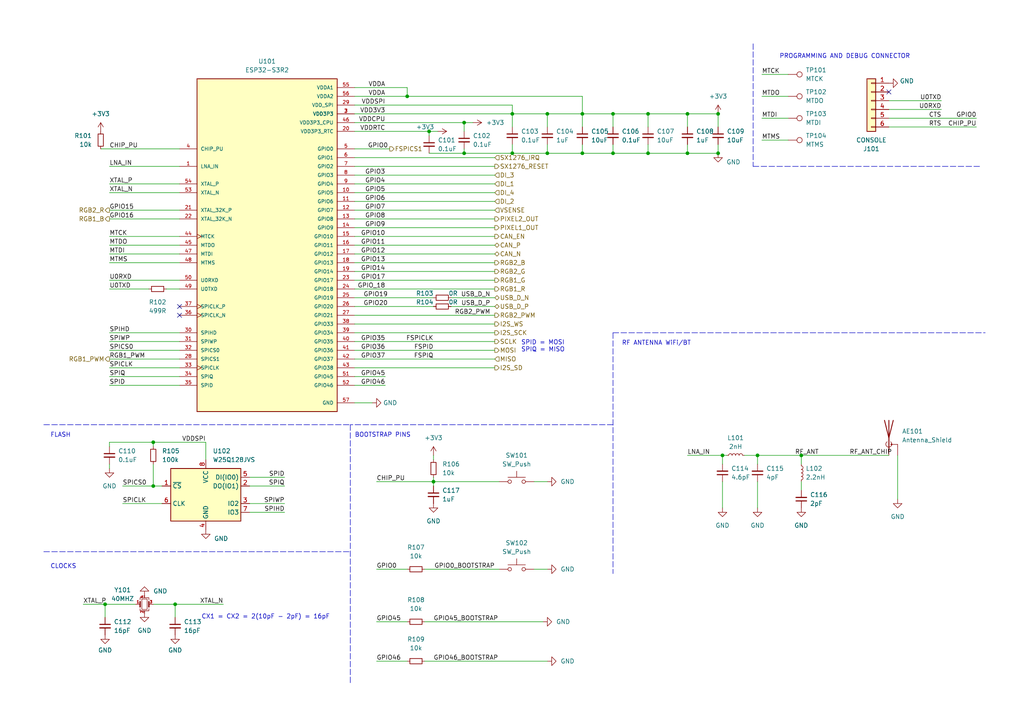
<source format=kicad_sch>
(kicad_sch (version 20211123) (generator eeschema)
  (paper "A4")
  (title_block (title "${Title}") (date "2022-06-24") (rev "${Revision}") (company "Connor Rigby") (comment 1 "https://github.com/miata-bot/can-link") (comment 2 "https://cone.codes"))
  (lib_symbols
    (symbol "ConeCodes:ESP32-S3R2" (pin_names (offset 1.016))
      (property "Reference" "U" (at -20.32 49.53 0))
      (property "Value" "ESP32-S3R2" (at -20.32 -49.53 0))
      (property "MPN" "ESP32-S3" (at 0 0 0))
      (symbol "ESP32-S3R2_0_0"
        (rectangle (start -20.32 -48.26) (end 20.32 48.26) (stroke (width 0.254)) (fill (type background)))
        (pin bidirectional line (at -25.4 22.86 0) (length 5.08) (name "LNA_IN") (number "1"))
        (pin bidirectional line (at 25.4 15.24 180) (length 5.08) (name "GPIO5") (number "10"))
        (pin bidirectional line (at 25.4 12.7 180) (length 5.08) (name "GPIO6") (number "11"))
        (pin bidirectional line (at 25.4 10.16 180) (length 5.08) (name "GPIO7") (number "12"))
        (pin bidirectional line (at 25.4 7.62 180) (length 5.08) (name "GPIO8") (number "13"))
        (pin bidirectional line (at 25.4 5.08 180) (length 5.08) (name "GPIO9") (number "14"))
        (pin bidirectional line (at 25.4 2.54 180) (length 5.08) (name "GPIO10") (number "15"))
        (pin bidirectional line (at 25.4 0 180) (length 5.08) (name "GPIO11") (number "16"))
        (pin bidirectional line (at 25.4 -2.54 180) (length 5.08) (name "GPIO12") (number "17"))
        (pin bidirectional line (at 25.4 -5.08 180) (length 5.08) (name "GPIO13") (number "18"))
        (pin bidirectional line (at 25.4 -7.62 180) (length 5.08) (name "GPIO14") (number "19"))
        (pin power_in line (at 25.4 38.1 180) (length 5.08) (name "VDD3P3") (number "2"))
        (pin power_in line (at 25.4 33.02 180) (length 5.08) (name "VDD3P3_RTC") (number "20"))
        (pin bidirectional line (at -25.4 10.16 0) (length 5.08) (name "XTAL_32K_P") (number "21"))
        (pin bidirectional line (at -25.4 7.62 0) (length 5.08) (name "XTAL_32K_N") (number "22"))
        (pin bidirectional line (at 25.4 -10.16 180) (length 5.08) (name "GPIO17") (number "23"))
        (pin bidirectional line (at 25.4 -12.7 180) (length 5.08) (name "GPIO18") (number "24"))
        (pin bidirectional line (at 25.4 -15.24 180) (length 5.08) (name "GPIO19") (number "25"))
        (pin bidirectional line (at 25.4 -17.78 180) (length 5.08) (name "GPIO20") (number "26"))
        (pin bidirectional line (at 25.4 -20.32 180) (length 5.08) (name "GPIO21") (number "27"))
        (pin bidirectional line (at -25.4 -33.02 0) (length 5.08) (name "SPICS1") (number "28"))
        (pin power_in line (at 25.4 40.64 180) (length 5.08) (name "VDD_SPI") (number "29"))
        (pin power_in line (at 25.4 38.1 180) (length 5.08) (name "VDD3P3") (number "3"))
        (pin bidirectional line (at -25.4 -25.4 0) (length 5.08) (name "SPIHD") (number "30"))
        (pin bidirectional line (at -25.4 -27.94 0) (length 5.08) (name "SPIWP") (number "31"))
        (pin bidirectional line (at -25.4 -30.48 0) (length 5.08) (name "SPICS0") (number "32"))
        (pin bidirectional clock (at -25.4 -35.56 0) (length 5.08) (name "SPICLK") (number "33"))
        (pin bidirectional line (at -25.4 -38.1 0) (length 5.08) (name "SPIQ") (number "34"))
        (pin bidirectional line (at -25.4 -40.64 0) (length 5.08) (name "SPID") (number "35"))
        (pin bidirectional clock (at -25.4 -20.32 0) (length 5.08) (name "SPICLK_N") (number "36"))
        (pin bidirectional clock (at -25.4 -17.78 0) (length 5.08) (name "SPICLK_P") (number "37"))
        (pin bidirectional line (at 25.4 -22.86 180) (length 5.08) (name "GPIO33") (number "38"))
        (pin bidirectional line (at 25.4 -25.4 180) (length 5.08) (name "GPIO34") (number "39"))
        (pin input line (at -25.4 27.94 0) (length 5.08) (name "CHIP_PU") (number "4"))
        (pin bidirectional line (at 25.4 -27.94 180) (length 5.08) (name "GPIO35") (number "40"))
        (pin bidirectional line (at 25.4 -30.48 180) (length 5.08) (name "GPIO36") (number "41"))
        (pin bidirectional line (at 25.4 -33.02 180) (length 5.08) (name "GPIO37") (number "42"))
        (pin bidirectional line (at 25.4 -35.56 180) (length 5.08) (name "GPIO38") (number "43"))
        (pin bidirectional clock (at -25.4 2.54 0) (length 5.08) (name "MTCK") (number "44"))
        (pin bidirectional line (at -25.4 0 0) (length 5.08) (name "MTDO") (number "45"))
        (pin power_in line (at 25.4 35.56 180) (length 5.08) (name "VDD3P3_CPU") (number "46"))
        (pin bidirectional line (at -25.4 -2.54 0) (length 5.08) (name "MTDI") (number "47"))
        (pin bidirectional line (at -25.4 -5.08 0) (length 5.08) (name "MTMS") (number "48"))
        (pin bidirectional line (at -25.4 -12.7 0) (length 5.08) (name "U0TXD") (number "49"))
        (pin bidirectional line (at 25.4 27.94 180) (length 5.08) (name "GPIO0") (number "5"))
        (pin bidirectional line (at -25.4 -10.16 0) (length 5.08) (name "U0RXD") (number "50"))
        (pin bidirectional line (at 25.4 -38.1 180) (length 5.08) (name "GPIO45") (number "51"))
        (pin bidirectional line (at 25.4 -40.64 180) (length 5.08) (name "GPIO46") (number "52"))
        (pin output line (at -25.4 15.24 0) (length 5.08) (name "XTAL_N") (number "53"))
        (pin input line (at -25.4 17.78 0) (length 5.08) (name "XTAL_P") (number "54"))
        (pin power_in line (at 25.4 45.72 180) (length 5.08) (name "VDDA1") (number "55"))
        (pin power_in line (at 25.4 43.18 180) (length 5.08) (name "VDDA2") (number "56"))
        (pin power_in line (at 25.4 -45.72 180) (length 5.08) (name "GND") (number "57"))
        (pin bidirectional line (at 25.4 25.4 180) (length 5.08) (name "GPIO1") (number "6"))
        (pin bidirectional line (at 25.4 22.86 180) (length 5.08) (name "GPIO2") (number "7"))
        (pin bidirectional line (at 25.4 20.32 180) (length 5.08) (name "GPIO3") (number "8"))
        (pin bidirectional line (at 25.4 17.78 180) (length 5.08) (name "GPIO4") (number "9"))
      )
    )
    (symbol "Connector:TestPoint" (pin_numbers hide) (pin_names (offset 0.762) hide)
      (property "Reference" "TP" (at 0 6.858 0))
      (property "Value" "TestPoint" (at 0 5.08 0))
      (symbol "TestPoint_0_1"
        (circle (center 0 3.302) (radius 0.762))
      )
      (symbol "TestPoint_1_1"
        (pin passive line (at 0 0 90) (length 2.54) (name "1") (number "1"))
      )
    )
    (symbol "Connector_Generic:Conn_01x06" (pin_names (offset 1.016) hide)
      (property "Reference" "J" (at 0 7.62 0))
      (property "Value" "Conn_01x06" (at 0 -10.16 0))
      (symbol "Conn_01x06_1_1"
        (rectangle (start -1.27 -7.493) (end 0 -7.747) (stroke (width 0.1524)))
        (rectangle (start -1.27 -4.953) (end 0 -5.207) (stroke (width 0.1524)))
        (rectangle (start -1.27 -2.413) (end 0 -2.667) (stroke (width 0.1524)))
        (rectangle (start -1.27 0.127) (end 0 -0.127) (stroke (width 0.1524)))
        (rectangle (start -1.27 2.667) (end 0 2.413) (stroke (width 0.1524)))
        (rectangle (start -1.27 5.207) (end 0 4.953) (stroke (width 0.1524)))
        (rectangle (start -1.27 6.35) (end 1.27 -8.89) (stroke (width 0.254)) (fill (type background)))
        (pin passive line (at -5.08 5.08 0) (length 3.81) (name "Pin_1") (number "1"))
        (pin passive line (at -5.08 2.54 0) (length 3.81) (name "Pin_2") (number "2"))
        (pin passive line (at -5.08 0 0) (length 3.81) (name "Pin_3") (number "3"))
        (pin passive line (at -5.08 -2.54 0) (length 3.81) (name "Pin_4") (number "4"))
        (pin passive line (at -5.08 -5.08 0) (length 3.81) (name "Pin_5") (number "5"))
        (pin passive line (at -5.08 -7.62 0) (length 3.81) (name "Pin_6") (number "6"))
      )
    )
    (symbol "Device:Antenna_Shield" (pin_numbers hide) (pin_names (offset 1.016) hide)
      (property "Reference" "AE" (at -1.905 4.445 0))
      (property "Value" "Antenna_Shield" (at -1.905 2.54 0))
      (symbol "Antenna_Shield_0_1"
        (arc (start -0.508 -1.143) (mid -0.8485 -2.1032) (end 0 -2.667))
        (arc (start 0 -2.667) (mid 0.8047 -2.0885) (end 0.508 -1.143))
        (polyline (pts (xy 0 -2.54) (xy 0 0)))
        (polyline (pts (xy 0 5.08) (xy 0 -3.81)) (stroke (width 0.254)))
        (polyline (pts (xy 0.762 -1.905) (xy 2.54 -1.905)))
        (polyline (pts (xy 2.54 -2.54) (xy 2.54 -1.905)))
        (polyline (pts (xy 1.27 5.08) (xy 0 0) (xy -1.27 5.08)) (stroke (width 0.254)))
        (circle (center 0.762 -1.905) (radius 0.1778) (fill (type outline)))
      )
      (symbol "Antenna_Shield_1_1"
        (pin input line (at 0 -5.08 90) (length 2.54) (name "A") (number "1"))
        (pin input line (at 2.54 -5.08 90) (length 2.54) (name "Shield") (number "2"))
      )
    )
    (symbol "Device:C_Small" (pin_numbers hide) (pin_names (offset 0.254) hide)
      (property "Reference" "C" (at 0.254 1.778 0))
      (property "Value" "C_Small" (at 0.254 -2.032 0))
      (symbol "C_Small_0_1"
        (polyline (pts (xy -1.524 -0.508) (xy 1.524 -0.508)) (stroke (width 0.3302)))
        (polyline (pts (xy -1.524 0.508) (xy 1.524 0.508)) (stroke (width 0.3048)))
      )
      (symbol "C_Small_1_1"
        (pin passive line (at 0 2.54 270) (length 2.032) (name "~") (number "1"))
        (pin passive line (at 0 -2.54 90) (length 2.032) (name "~") (number "2"))
      )
    )
    (symbol "Device:Crystal_GND24_Small" (pin_names (offset 1.016) hide)
      (property "Reference" "Y" (at 1.27 4.445 0))
      (property "Value" "Crystal_GND24_Small" (at 1.27 2.54 0))
      (symbol "Crystal_GND24_Small_0_1"
        (rectangle (start -0.762 -1.524) (end 0.762 1.524))
        (polyline (pts (xy -1.27 -0.762) (xy -1.27 0.762)) (stroke (width 0.381)))
        (polyline (pts (xy 1.27 -0.762) (xy 1.27 0.762)) (stroke (width 0.381)))
        (polyline (pts (xy -1.27 -1.27) (xy -1.27 -1.905) (xy 1.27 -1.905) (xy 1.27 -1.27)))
        (polyline (pts (xy -1.27 1.27) (xy -1.27 1.905) (xy 1.27 1.905) (xy 1.27 1.27)))
      )
      (symbol "Crystal_GND24_Small_1_1"
        (pin passive line (at -2.54 0 0) (length 1.27) (name "1") (number "1"))
        (pin passive line (at 0 -2.54 90) (length 0.635) (name "2") (number "2"))
        (pin passive line (at 2.54 0 180) (length 1.27) (name "3") (number "3"))
        (pin passive line (at 0 2.54 270) (length 0.635) (name "4") (number "4"))
      )
    )
    (symbol "Device:L_Small" (pin_numbers hide) (pin_names (offset 0.254) hide)
      (property "Reference" "L" (at 0.762 1.016 0))
      (property "Value" "L_Small" (at 0.762 -1.016 0))
      (symbol "L_Small_0_1"
        (arc (start 0 -2.032) (mid 0.508 -1.524) (end 0 -1.016))
        (arc (start 0 -1.016) (mid 0.508 -0.508) (end 0 0))
        (arc (start 0 0) (mid 0.508 0.508) (end 0 1.016))
        (arc (start 0 1.016) (mid 0.508 1.524) (end 0 2.032))
      )
      (symbol "L_Small_1_1"
        (pin passive line (at 0 2.54 270) (length 0.508) (name "~") (number "1"))
        (pin passive line (at 0 -2.54 90) (length 0.508) (name "~") (number "2"))
      )
    )
    (symbol "Device:R_Small" (pin_numbers hide) (pin_names (offset 0.254) hide)
      (property "Reference" "R" (at 0.762 0.508 0))
      (property "Value" "R_Small" (at 0.762 -1.016 0))
      (symbol "R_Small_0_1"
        (rectangle (start -0.762 1.778) (end 0.762 -1.778) (stroke (width 0.2032)))
      )
      (symbol "R_Small_1_1"
        (pin passive line (at 0 2.54 270) (length 0.762) (name "~") (number "1"))
        (pin passive line (at 0 -2.54 90) (length 0.762) (name "~") (number "2"))
      )
    )
    (symbol "Memory_Flash:W25Q128JVS"
      (property "Reference" "U" (at -8.89 8.89 0))
      (property "Value" "W25Q128JVS" (at 7.62 8.89 0))
      (symbol "W25Q128JVS_0_1"
        (rectangle (start -10.16 7.62) (end 10.16 -7.62) (stroke (width 0.254)) (fill (type background)))
      )
      (symbol "W25Q128JVS_1_1"
        (pin input line (at -12.7 2.54 0) (length 2.54) (name "~{CS}") (number "1"))
        (pin bidirectional line (at 12.7 2.54 180) (length 2.54) (name "DO(IO1)") (number "2"))
        (pin bidirectional line (at 12.7 -2.54 180) (length 2.54) (name "IO2") (number "3"))
        (pin power_in line (at 0 -10.16 90) (length 2.54) (name "GND") (number "4"))
        (pin bidirectional line (at 12.7 5.08 180) (length 2.54) (name "DI(IO0)") (number "5"))
        (pin input line (at -12.7 -2.54 0) (length 2.54) (name "CLK") (number "6"))
        (pin bidirectional line (at 12.7 -5.08 180) (length 2.54) (name "IO3") (number "7"))
        (pin power_in line (at 0 10.16 270) (length 2.54) (name "VCC") (number "8"))
      )
    )
    (symbol "Switch:SW_Push" (pin_numbers hide) (pin_names (offset 1.016) hide)
      (property "Reference" "SW" (at 1.27 2.54 0))
      (property "Value" "SW_Push" (at 0 -1.524 0))
      (symbol "SW_Push_0_1"
        (circle (center -2.032 0) (radius 0.508))
        (polyline (pts (xy 0 1.27) (xy 0 3.048)))
        (polyline (pts (xy 2.54 1.27) (xy -2.54 1.27)))
        (circle (center 2.032 0) (radius 0.508))
        (pin passive line (at -5.08 0 0) (length 2.54) (name "1") (number "1"))
        (pin passive line (at 5.08 0 180) (length 2.54) (name "2") (number "2"))
      )
    )
    (symbol "power:+3V3" (power) (pin_names (offset 0))
      (property "Value" "+3V3" (at 0 3.556 0))
      (symbol "+3V3_0_1"
        (polyline (pts (xy -0.762 1.27) (xy 0 2.54)))
        (polyline (pts (xy 0 0) (xy 0 2.54)))
        (polyline (pts (xy 0 2.54) (xy 0.762 1.27)))
      )
      (symbol "+3V3_1_1"
        (pin power_in line (at 0 0 90) (length 0) hide (name "+3V3") (number "1"))
      )
    )
    (symbol "power:GND" (power) (pin_names (offset 0))
      (property "Value" "GND" (at 0 -3.81 0))
      (symbol "GND_0_1"
        (polyline (pts (xy 0 0) (xy 0 -1.27) (xy 1.27 -1.27) (xy 0 -2.54) (xy -1.27 -1.27) (xy 0 -1.27)))
      )
      (symbol "GND_1_1"
        (pin power_in line (at 0 0 270) (length 0) hide (name "GND") (number "1"))
      )
    )
  )
  (junction (at 199.39 33.02))
  (junction (at 209.55 132.08))
  (junction (at 232.41 132.08))
  (junction (at 148.59 44.45))
  (junction (at 125.73 139.7))
  (junction (at 177.8 33.02))
  (junction (at 187.96 44.45))
  (junction (at 158.75 44.45))
  (junction (at 134.62 44.45))
  (junction (at 44.45 128.27))
  (junction (at 219.71 132.08))
  (junction (at 124.46 38.1))
  (junction (at 44.45 140.97))
  (junction (at 208.28 44.45))
  (junction (at 50.8 175.26))
  (junction (at 177.8 44.45))
  (junction (at 199.39 44.45))
  (junction (at 148.59 33.02))
  (junction (at 168.91 44.45))
  (junction (at 134.62 35.56))
  (junction (at 168.91 33.02))
  (junction (at 158.75 33.02))
  (junction (at 208.28 33.02))
  (junction (at 187.96 33.02))
  (junction (at 30.48 175.26))
  (junction (at 118.11 27.94))
  (no_connect (at 257.81 26.67))
  (no_connect (at 52.07 91.44))
  (no_connect (at 52.07 88.9))
  (wire (pts (xy 220.98 27.94) (xy 228.6 27.94)))
  (wire (pts (xy 168.91 44.45) (xy 168.91 41.91)))
  (wire (pts (xy 257.81 31.75) (xy 273.05 31.75)))
  (wire (pts (xy 154.94 139.7) (xy 158.75 139.7)))
  (wire (pts (xy 102.87 63.5) (xy 143.51 63.5)))
  (wire (pts (xy 102.87 86.36) (xy 125.73 86.36)))
  (wire (pts (xy 102.87 99.06) (xy 143.51 99.06)))
  (wire (pts (xy 44.45 140.97) (xy 46.99 140.97)))
  (wire (pts (xy 158.75 33.02) (xy 158.75 36.83)))
  (wire (pts (xy 134.62 44.45) (xy 148.59 44.45)))
  (wire (pts (xy 220.98 21.59) (xy 228.6 21.59)))
  (wire (pts (xy 102.87 48.26) (xy 143.51 48.26)))
  (wire (pts (xy 130.81 86.36) (xy 143.51 86.36)))
  (wire (pts (xy 118.11 27.94) (xy 118.11 25.4)))
  (wire (pts (xy 72.39 138.43) (xy 82.55 138.43)))
  (wire (pts (xy 158.75 44.45) (xy 168.91 44.45)))
  (wire (pts (xy 232.41 142.24) (xy 232.41 139.7)))
  (wire (pts (xy 31.75 99.06) (xy 52.07 99.06)))
  (wire (pts (xy 199.39 44.45) (xy 208.28 44.45)))
  (wire (pts (xy 154.94 165.1) (xy 158.75 165.1)))
  (wire (pts (xy 30.48 179.07) (xy 30.48 175.26)))
  (wire (pts (xy 134.62 35.56) (xy 137.16 35.56)))
  (wire (pts (xy 31.75 76.2) (xy 52.07 76.2)))
  (wire (pts (xy 31.75 53.34) (xy 52.07 53.34)))
  (wire (pts (xy 102.87 50.8) (xy 143.51 50.8)))
  (wire (pts (xy 257.81 29.21) (xy 273.05 29.21)))
  (wire (pts (xy 72.39 146.05) (xy 82.55 146.05)))
  (wire (pts (xy 44.45 134.62) (xy 44.45 140.97)))
  (wire (pts (xy 102.87 71.12) (xy 143.51 71.12)))
  (wire (pts (xy 102.87 53.34) (xy 143.51 53.34)))
  (wire (pts (xy 31.75 109.22) (xy 52.07 109.22)))
  (wire (pts (xy 31.75 111.76) (xy 52.07 111.76)))
  (wire (pts (xy 102.87 35.56) (xy 134.62 35.56)))
  (wire (pts (xy 24.13 175.26) (xy 30.48 175.26)))
  (wire (pts (xy 148.59 41.91) (xy 148.59 44.45)))
  (wire (pts (xy 257.81 36.83) (xy 283.21 36.83)))
  (wire (pts (xy 72.39 148.59) (xy 82.55 148.59)))
  (wire (pts (xy 29.21 43.18) (xy 52.07 43.18)))
  (wire (pts (xy 257.81 34.29) (xy 283.21 34.29)))
  (wire (pts (xy 199.39 132.08) (xy 209.55 132.08)))
  (wire (pts (xy 148.59 33.02) (xy 158.75 33.02)))
  (wire (pts (xy 102.87 38.1) (xy 124.46 38.1)))
  (wire (pts (xy 177.8 33.02) (xy 168.91 33.02)))
  (wire (pts (xy 102.87 93.98) (xy 143.51 93.98)))
  (wire (pts (xy 102.87 96.52) (xy 143.51 96.52)))
  (polyline (pts (xy 218.44 48.26) (xy 284.48 48.26)))
  (wire (pts (xy 102.87 109.22) (xy 111.76 109.22)))
  (wire (pts (xy 209.55 139.7) (xy 209.55 147.32)))
  (wire (pts (xy 168.91 33.02) (xy 168.91 36.83)))
  (wire (pts (xy 102.87 81.28) (xy 143.51 81.28)))
  (wire (pts (xy 109.22 180.34) (xy 118.11 180.34)))
  (wire (pts (xy 187.96 33.02) (xy 187.96 36.83)))
  (wire (pts (xy 260.35 132.08) (xy 260.35 144.78)))
  (wire (pts (xy 31.75 48.26) (xy 52.07 48.26)))
  (wire (pts (xy 50.8 175.26) (xy 44.45 175.26)))
  (polyline (pts (xy 177.8 123.19) (xy 101.6 123.19)))
  (wire (pts (xy 187.96 44.45) (xy 199.39 44.45)))
  (wire (pts (xy 199.39 33.02) (xy 199.39 36.83)))
  (wire (pts (xy 44.45 128.27) (xy 59.69 128.27)))
  (wire (pts (xy 102.87 25.4) (xy 118.11 25.4)))
  (wire (pts (xy 125.73 132.08) (xy 125.73 133.35)))
  (wire (pts (xy 59.69 128.27) (xy 59.69 133.35)))
  (wire (pts (xy 109.22 139.7) (xy 125.73 139.7)))
  (wire (pts (xy 72.39 140.97) (xy 82.55 140.97)))
  (wire (pts (xy 50.8 175.26) (xy 64.77 175.26)))
  (wire (pts (xy 102.87 43.18) (xy 113.03 43.18)))
  (wire (pts (xy 31.75 129.54) (xy 31.75 128.27)))
  (wire (pts (xy 102.87 111.76) (xy 111.76 111.76)))
  (wire (pts (xy 134.62 43.18) (xy 134.62 44.45)))
  (wire (pts (xy 102.87 60.96) (xy 143.51 60.96)))
  (wire (pts (xy 124.46 38.1) (xy 124.46 39.37)))
  (wire (pts (xy 102.87 68.58) (xy 143.51 68.58)))
  (polyline (pts (xy 101.6 123.19) (xy 101.6 123.19)))
  (wire (pts (xy 102.87 101.6) (xy 143.51 101.6)))
  (wire (pts (xy 158.75 41.91) (xy 158.75 44.45)))
  (wire (pts (xy 31.75 134.62) (xy 31.75 135.89)))
  (wire (pts (xy 102.87 73.66) (xy 143.51 73.66)))
  (wire (pts (xy 102.87 83.82) (xy 143.51 83.82)))
  (wire (pts (xy 220.98 40.64) (xy 228.6 40.64)))
  (wire (pts (xy 168.91 44.45) (xy 177.8 44.45)))
  (wire (pts (xy 31.75 106.68) (xy 52.07 106.68)))
  (wire (pts (xy 209.55 132.08) (xy 210.82 132.08)))
  (wire (pts (xy 44.45 128.27) (xy 44.45 129.54)))
  (wire (pts (xy 187.96 44.45) (xy 187.96 41.91)))
  (wire (pts (xy 148.59 44.45) (xy 158.75 44.45)))
  (wire (pts (xy 177.8 44.45) (xy 187.96 44.45)))
  (wire (pts (xy 134.62 35.56) (xy 134.62 38.1)))
  (wire (pts (xy 123.19 191.77) (xy 158.75 191.77)))
  (wire (pts (xy 102.87 106.68) (xy 143.51 106.68)))
  (wire (pts (xy 31.75 73.66) (xy 52.07 73.66)))
  (wire (pts (xy 232.41 132.08) (xy 219.71 132.08)))
  (wire (pts (xy 102.87 104.14) (xy 143.51 104.14)))
  (wire (pts (xy 148.59 30.48) (xy 148.59 33.02)))
  (wire (pts (xy 199.39 41.91) (xy 199.39 44.45)))
  (wire (pts (xy 127 38.1) (xy 124.46 38.1)))
  (wire (pts (xy 30.48 175.26) (xy 39.37 175.26)))
  (wire (pts (xy 123.19 180.34) (xy 157.48 180.34)))
  (wire (pts (xy 48.26 83.82) (xy 52.07 83.82)))
  (wire (pts (xy 208.28 33.02) (xy 208.28 36.83)))
  (wire (pts (xy 232.41 134.62) (xy 232.41 132.08)))
  (wire (pts (xy 208.28 44.45) (xy 208.28 41.91)))
  (wire (pts (xy 102.87 27.94) (xy 118.11 27.94)))
  (wire (pts (xy 102.87 55.88) (xy 143.51 55.88)))
  (wire (pts (xy 123.19 165.1) (xy 144.78 165.1)))
  (wire (pts (xy 124.46 44.45) (xy 134.62 44.45)))
  (wire (pts (xy 102.87 45.72) (xy 143.51 45.72)))
  (wire (pts (xy 31.75 128.27) (xy 44.45 128.27)))
  (wire (pts (xy 50.8 179.07) (xy 50.8 175.26)))
  (wire (pts (xy 102.87 78.74) (xy 143.51 78.74)))
  (wire (pts (xy 35.56 146.05) (xy 46.99 146.05)))
  (polyline (pts (xy 177.8 96.52) (xy 177.8 166.37)))
  (wire (pts (xy 102.87 91.44) (xy 143.51 91.44)))
  (wire (pts (xy 118.11 27.94) (xy 168.91 27.94)))
  (wire (pts (xy 109.22 191.77) (xy 118.11 191.77)))
  (wire (pts (xy 125.73 139.7) (xy 144.78 139.7)))
  (wire (pts (xy 232.41 132.08) (xy 257.81 132.08)))
  (wire (pts (xy 31.75 81.28) (xy 52.07 81.28)))
  (wire (pts (xy 31.75 71.12) (xy 52.07 71.12)))
  (wire (pts (xy 102.87 66.04) (xy 143.51 66.04)))
  (wire (pts (xy 125.73 139.7) (xy 125.73 140.97)))
  (wire (pts (xy 208.28 33.02) (xy 199.39 33.02)))
  (wire (pts (xy 31.75 55.88) (xy 52.07 55.88)))
  (wire (pts (xy 220.98 34.29) (xy 228.6 34.29)))
  (wire (pts (xy 31.75 83.82) (xy 43.18 83.82)))
  (wire (pts (xy 31.75 60.96) (xy 52.07 60.96)))
  (wire (pts (xy 219.71 132.08) (xy 215.9 132.08)))
  (wire (pts (xy 130.81 88.9) (xy 143.51 88.9)))
  (wire (pts (xy 219.71 134.62) (xy 219.71 132.08)))
  (wire (pts (xy 209.55 132.08) (xy 209.55 134.62)))
  (wire (pts (xy 187.96 33.02) (xy 177.8 33.02)))
  (polyline (pts (xy 12.7 123.19) (xy 101.6 123.19)))
  (wire (pts (xy 102.87 58.42) (xy 143.51 58.42)))
  (polyline (pts (xy 12.7 160.02) (xy 101.6 160.02)))
  (wire (pts (xy 177.8 33.02) (xy 177.8 36.83)))
  (wire (pts (xy 102.87 30.48) (xy 148.59 30.48)))
  (wire (pts (xy 107.95 116.84) (xy 102.87 116.84)))
  (wire (pts (xy 102.87 33.02) (xy 148.59 33.02)))
  (wire (pts (xy 35.56 140.97) (xy 44.45 140.97)))
  (wire (pts (xy 31.75 68.58) (xy 52.07 68.58)))
  (wire (pts (xy 158.75 33.02) (xy 168.91 33.02)))
  (wire (pts (xy 102.87 76.2) (xy 143.51 76.2)))
  (wire (pts (xy 219.71 139.7) (xy 219.71 147.32)))
  (wire (pts (xy 187.96 33.02) (xy 199.39 33.02)))
  (wire (pts (xy 31.75 96.52) (xy 52.07 96.52)))
  (wire (pts (xy 31.75 104.14) (xy 52.07 104.14)))
  (wire (pts (xy 177.8 41.91) (xy 177.8 44.45)))
  (wire (pts (xy 109.22 165.1) (xy 118.11 165.1)))
  (wire (pts (xy 102.87 88.9) (xy 125.73 88.9)))
  (polyline (pts (xy 218.44 12.7) (xy 218.44 48.26)))
  (wire (pts (xy 168.91 27.94) (xy 168.91 33.02)))
  (wire (pts (xy 31.75 101.6) (xy 52.07 101.6)))
  (wire (pts (xy 31.75 63.5) (xy 52.07 63.5)))
  (polyline (pts (xy 101.6 123.19) (xy 101.6 198.12)))
  (wire (pts (xy 125.73 138.43) (xy 125.73 139.7)))
  (polyline (pts (xy 177.8 96.52) (xy 285.75 96.52)))
  (wire (pts (xy 148.59 33.02) (xy 148.59 36.83)))
  (text "CX1 = CX2 = 2(10pF - 2pF) = 16pF" (at 58.42 179.705 0) (effects (font (size 1.27 1.27)) (justify left bottom)))
  (text "SPID = MOSI\nSPIQ = MISO" (at 151.13 102.235 0) (effects (font (size 1.27 1.27)) (justify left bottom)))
  (text "BOOTSTRAP PINS" (at 102.87 127 0) (effects (font (size 1.27 1.27)) (justify left bottom)))
  (text "FLASH" (at 14.605 127 0) (effects (font (size 1.27 1.27)) (justify left bottom)))
  (text "CLOCKS" (at 14.605 165.1 0) (effects (font (size 1.27 1.27)) (justify left bottom)))
  (text "PROGRAMMING AND DEBUG CONNECTOR" (at 226.06 17.145 0) (effects (font (size 1.27 1.27)) (justify left bottom)))
  (text "RF ANTENNA WiFi/BT" (at 180.34 100.33 0) (effects (font (size 1.27 1.27)) (justify left bottom)))
  (label "GPIO13" (at 111.76 76.2 180))
  (label "USB_D_P" (at 142.24 88.9 180))
  (label "SPIWP" (at 31.75 99.06 0))
  (label "GPIO14" (at 111.76 78.74 180))
  (label "SPID" (at 31.75 111.76 0))
  (label "GPIO46" (at 109.22 191.77 0))
  (label "RGB2_PWM" (at 142.24 91.44 180))
  (label "LNA_IN" (at 31.75 48.26 0))
  (label "MTCK" (at 220.98 21.59 0))
  (label "CHIP_PU" (at 283.21 36.83 180))
  (label "GPIO10" (at 111.76 68.58 180))
  (label "GPIO17" (at 111.76 81.28 180))
  (label "MTMS" (at 220.98 40.64 0))
  (label "GPIO0" (at 106.68 43.18 0))
  (label "VDDRTC" (at 111.76 38.1 180))
  (label "U0TXD" (at 273.05 29.21 180))
  (label "RGB1_PWM" (at 31.75 104.14 0))
  (label "GPIO20" (at 105.41 88.9 0))
  (label "GPIO45_BOOTSTRAP" (at 125.73 180.34 0))
  (label "VDDSPI" (at 111.76 30.48 180))
  (label "GPIO0" (at 283.21 34.29 180))
  (label "GPIO46" (at 111.76 111.76 180))
  (label "SPIWP" (at 82.55 146.05 180))
  (label "U0RXD" (at 31.75 81.28 0))
  (label "CHIP_PU" (at 31.75 43.18 0))
  (label "VDD3V3" (at 111.76 33.02 180))
  (label "SPIQ" (at 31.75 109.22 0))
  (label "FSPID" (at 125.73 101.6 180))
  (label "XTAL_P" (at 31.75 53.34 0))
  (label "MTMS" (at 31.75 76.2 0))
  (label "SPICLK" (at 31.75 106.68 0))
  (label "U0RXD" (at 273.05 31.75 180))
  (label "GPIO46_BOOTSTRAP" (at 125.73 191.77 0))
  (label "MTCK" (at 31.75 68.58 0))
  (label "GPIO37" (at 111.76 104.14 180))
  (label "VDDA" (at 111.76 27.94 180))
  (label "GPIO45" (at 111.76 109.22 180))
  (label "SPICS0" (at 35.56 140.97 0))
  (label "SPIHD" (at 82.55 148.59 180))
  (label "GPIO7" (at 111.76 60.96 180))
  (label "RF_ANT_CHIP" (at 246.38 132.08 0))
  (label "SPICLK" (at 35.56 146.05 0))
  (label "GPIO16" (at 31.75 63.5 0))
  (label "GPIO_18" (at 111.76 83.82 180))
  (label "GPIO35" (at 111.76 99.06 180))
  (label "SPIQ" (at 82.55 140.97 180))
  (label "CTS" (at 273.05 34.29 180))
  (label "CHIP_PU" (at 109.22 139.7 0))
  (label "XTAL_N" (at 64.77 175.26 180))
  (label "FSPIQ" (at 125.73 104.14 180))
  (label "SPICS0" (at 31.75 101.6 0))
  (label "RF_ANT" (at 237.49 132.08 180))
  (label "MTDO" (at 31.75 71.12 0))
  (label "MTDI" (at 31.75 73.66 0))
  (label "VDDSPI" (at 59.69 128.27 180))
  (label "GPIO19" (at 105.41 86.36 0))
  (label "MTDI" (at 220.98 34.29 0))
  (label "XTAL_N" (at 31.75 55.88 0))
  (label "GPIO15" (at 31.75 60.96 0))
  (label "GPIO6" (at 111.76 58.42 180))
  (label "GPIO36" (at 111.76 101.6 180))
  (label "VDDCPU" (at 111.76 35.56 180))
  (label "GPIO5" (at 111.76 55.88 180))
  (label "FSPICLK" (at 125.73 99.06 180))
  (label "GPIO0_BOOTSTRAP" (at 143.51 165.1 180))
  (label "XTAL_P" (at 24.13 175.26 0))
  (label "U0TXD" (at 31.75 83.82 0))
  (label "VDDA" (at 111.76 25.4 180))
  (label "RTS" (at 273.05 36.83 180))
  (label "GPIO45" (at 109.22 180.34 0))
  (label "USB_D_N" (at 142.24 86.36 180))
  (label "GPIO4" (at 111.76 53.34 180))
  (label "GPIO3" (at 111.76 50.8 180))
  (label "MTDO" (at 220.98 27.94 0))
  (label "SPID" (at 82.55 138.43 180))
  (label "GPIO9" (at 111.76 66.04 180))
  (label "GPIO12" (at 111.76 73.66 180))
  (label "LNA_IN" (at 199.39 132.08 0))
  (label "GPIO11" (at 111.76 71.12 180))
  (label "SPIHD" (at 31.75 96.52 0))
  (label "GPIO0" (at 109.22 165.1 0))
  (label "GPIO8" (at 111.76 63.5 180))
  (hierarchical_label "PIXEL1_OUT" (shape output) (at 143.51 66.04 0))
  (hierarchical_label "I2S_WS" (shape output) (at 143.51 93.98 0))
  (hierarchical_label "SCLK" (shape output) (at 143.51 99.06 0))
  (hierarchical_label "MISO" (shape input) (at 143.51 104.14 0))
  (hierarchical_label "SX1276_IRQ" (shape input) (at 143.51 45.72 0))
  (hierarchical_label "RGB1_G" (shape output) (at 143.51 81.28 0))
  (hierarchical_label "RGB1_R" (shape output) (at 143.51 83.82 0))
  (hierarchical_label "RGB2_B" (shape output) (at 143.51 76.2 0))
  (hierarchical_label "DI_2" (shape input) (at 143.51 58.42 0))
  (hierarchical_label "USB_D_N" (shape bidirectional) (at 143.51 86.36 0))
  (hierarchical_label "VSENSE" (shape input) (at 143.51 60.96 0))
  (hierarchical_label "USB_D_P" (shape bidirectional) (at 143.51 88.9 0))
  (hierarchical_label "CAN_N" (shape bidirectional) (at 143.51 73.66 0))
  (hierarchical_label "DI_3" (shape input) (at 143.51 50.8 0))
  (hierarchical_label "DI_4" (shape input) (at 143.51 55.88 0))
  (hierarchical_label "CAN_EN" (shape output) (at 143.51 68.58 0))
  (hierarchical_label "MOSI" (shape output) (at 143.51 101.6 0))
  (hierarchical_label "FSPICS1" (shape output) (at 113.03 43.18 0))
  (hierarchical_label "RGB1_PWM" (shape output) (at 31.75 104.14 180))
  (hierarchical_label "SX1276_RESET" (shape output) (at 143.51 48.26 0))
  (hierarchical_label "DI_1" (shape input) (at 143.51 53.34 0))
  (hierarchical_label "RGB1_B" (shape output) (at 31.75 63.5 180))
  (hierarchical_label "I2S_SCK" (shape output) (at 143.51 96.52 0))
  (hierarchical_label "RGB2_R" (shape output) (at 31.75 60.96 180))
  (hierarchical_label "RGB2_G" (shape output) (at 143.51 78.74 0))
  (hierarchical_label "PIXEL2_OUT" (shape output) (at 143.51 63.5 0))
  (hierarchical_label "RGB2_PWM" (shape output) (at 143.51 91.44 0))
  (hierarchical_label "CAN_P" (shape bidirectional) (at 143.51 71.12 0))
  (hierarchical_label "I2S_SD" (shape output) (at 143.51 106.68 0))
  (symbol (lib_id "power:GND") (at 41.91 172.72 180) (unit 1)
    (property "Reference" "#PWR040" (effects hide))
    (property "Value" "GND" (at 44.45 171.4499 0) (effects (justify right)))
  )
  (symbol (lib_id "power:GND") (at 158.75 191.77 90) (unit 1)
    (property "Reference" "#PWR046" (effects hide))
    (property "Value" "GND" (at 162.56 191.7699 90) (effects (justify right)))
  )
  (symbol (lib_id "power:GND") (at 209.55 147.32 0) (unit 1)
    (property "Reference" "#PWR034" (effects hide))
    (property "Value" "GND" (at 209.55 152.4 0))
  )
  (symbol (lib_id "Device:C_Small") (at 134.62 40.64 0) (unit 1)
    (property "Reference" "C102" (at 137.16 39.3762 0) (effects (justify left)))
    (property "Value" "0.1uF" (at 137.16 41.9162 0) (effects (justify left)))
    (property "Footprint" "Capacitor_SMD:C_0402_1005Metric" (effects hide))
    (property "Description" "CAP CER 0.1UF 16V 0402" (effects hide))
    (property "MPN" "CGA2B1X7R1C104M050BC" (effects hide))
  )
  (symbol (lib_id "Device:R_Small") (at 128.27 88.9 90) (unit 1)
    (property "Reference" "R104" (at 123.19 87.63 90))
    (property "Value" "0R" (at 131.445 87.63 90))
    (property "Footprint" "Resistor_SMD:R_0402_1005Metric" (effects hide))
    (property "Description" "RES SMD 0 OHM JUMPER 1/16W 0402" (effects hide))
    (property "MPN" "RC0402JR-070RP" (effects hide))
  )
  (symbol (lib_id "Device:C_Small") (at 125.73 143.51 0) (mirror y) (unit 1)
    (property "Reference" "C117" (at 128.27 142.2462 0) (effects (justify right)))
    (property "Value" "1uF" (at 128.27 144.7862 0) (effects (justify right)))
    (property "Footprint" "Capacitor_SMD:C_0402_1005Metric" (effects hide))
    (property "Description" "CAP CER 1UF 4V X7T 0402" (effects hide))
    (property "MPN" "CGA2B1X7T0G105M050BC" (effects hide))
  )
  (symbol (lib_id "power:+3V3") (at 29.21 38.1 0) (unit 1)
    (property "Reference" "#PWR029" (effects hide))
    (property "Value" "+3V3" (at 29.21 33.02 0))
  )
  (symbol (lib_id "Connector_Generic:Conn_01x06") (at 252.73 29.21 0) (mirror y) (unit 1) (in_bom no)
    (property "Reference" "J101" (at 252.73 43.18 0))
    (property "Value" "CONSOLE" (at 252.73 40.64 0))
    (property "Footprint" "Connector_PinHeader_1.27mm:PinHeader_1x06_P1.27mm_Vertical" (effects hide))
  )
  (symbol (lib_id "power:GND") (at 208.28 44.45 0) (unit 1)
    (property "Reference" "#PWR031" (effects hide))
    (property "Value" "GND" (at 212.725 46.99 0))
  )
  (symbol (lib_id "Device:R_Small") (at 120.65 191.77 90) (unit 1)
    (property "Reference" "R109" (at 120.65 185.42 90))
    (property "Value" "10k" (at 120.65 187.96 90))
    (property "Footprint" "Resistor_SMD:R_0402_1005Metric" (effects hide))
    (property "Description" "RES 10K OHM 5% 1/16W 0402" (effects hide))
    (property "MPN" "RMCF0402JT10K0" (effects hide))
  )
  (symbol (lib_id "Device:C_Small") (at 31.75 132.08 0) (unit 1)
    (property "Reference" "C110" (at 34.29 130.8162 0) (effects (justify left)))
    (property "Value" "0.1uF" (at 34.29 133.3562 0) (effects (justify left)))
    (property "Footprint" "Capacitor_SMD:C_0402_1005Metric" (effects hide))
    (property "Description" "CAP CER 0.1UF 16V 0402" (effects hide))
    (property "MPN" "CGA2B1X7R1C104M050BC" (effects hide))
  )
  (symbol (lib_id "power:+3V3") (at 137.16 35.56 270) (unit 1)
    (property "Reference" "#PWR028" (effects hide))
    (property "Value" "+3V3" (at 140.97 35.5599 90) (effects (justify left)))
  )
  (symbol (lib_id "Device:L_Small") (at 232.41 137.16 0) (unit 1)
    (property "Reference" "L102" (at 233.68 135.8899 0) (effects (justify left)))
    (property "Value" "2.2nH" (at 233.68 138.4299 0) (effects (justify left)))
    (property "Footprint" "Inductor_SMD:L_0402_1005Metric" (effects hide))
    (property "Description" "FIXED IND 2.2NH 300MA 160MOHM SM" (effects hide))
    (property "MPN" "L-07C2N2SV6T" (effects hide))
  )
  (symbol (lib_id "Device:R_Small") (at 120.65 165.1 90) (unit 1)
    (property "Reference" "R107" (at 120.65 158.75 90))
    (property "Value" "10k" (at 120.65 161.29 90))
    (property "Footprint" "Resistor_SMD:R_0402_1005Metric" (effects hide))
    (property "Description" "RES 10K OHM 5% 1/16W 0402" (effects hide))
    (property "MPN" "RMCF0402JT10K0" (effects hide))
  )
  (symbol (lib_id "power:GND") (at 50.8 184.15 0) (unit 1)
    (property "Reference" "#PWR044" (effects hide))
    (property "Value" "GND" (at 50.8 188.595 0))
  )
  (symbol (lib_id "Device:C_Small") (at 208.28 39.37 0) (unit 1)
    (property "Reference" "C109" (at 210.82 38.1062 0) (effects (justify left)))
    (property "Value" "10uF" (at 210.82 40.6462 0) (effects (justify left)))
    (property "Footprint" "Capacitor_SMD:C_0805_2012Metric" (effects hide))
    (property "Description" "CAP CER 10UF 10V 0805" (effects hide))
    (property "MPN" "GRT21BC81A106KE01L" (effects hide))
  )
  (symbol (lib_id "Device:R_Small") (at 44.45 132.08 0) (unit 1)
    (property "Reference" "R105" (at 46.99 130.8099 0) (effects (justify left)))
    (property "Value" "100k" (at 46.99 133.3499 0) (effects (justify left)))
    (property "Footprint" "Resistor_SMD:R_0402_1005Metric" (effects hide))
    (property "Description" "RES 100K OHM 0.5% 1/16W 0402" (effects hide))
    (property "MPN" "RNCF0402DTE100K" (effects hide))
  )
  (symbol (lib_id "Device:C_Small") (at 158.75 39.37 0) (unit 1)
    (property "Reference" "C104" (at 161.29 38.1062 0) (effects (justify left)))
    (property "Value" "1uF" (at 161.29 40.6462 0) (effects (justify left)))
    (property "Footprint" "Capacitor_SMD:C_0402_1005Metric" (effects hide))
    (property "Description" "CAP CER 1UF 4V X7T 0402" (effects hide))
    (property "MPN" "CGA2B1X7T0G105M050BC" (effects hide))
  )
  (symbol (lib_id "Device:Crystal_GND24_Small") (at 41.91 175.26 0) (unit 1)
    (property "Reference" "Y101" (at 35.56 171.1198 0))
    (property "Value" "40MHZ" (at 35.56 173.6598 0))
    (property "Footprint" "Crystal:Crystal_SMD_3225-4Pin_3.2x2.5mm" (effects hide))
    (property "MPN" "ECS-400-10-37B2-CKY-TR" (effects hide))
    (property "Description" "CRYSTAL 40.0000MHZ 10PF SMD" (effects hide))
  )
  (symbol (lib_id "Device:C_Small") (at 199.39 39.37 0) (unit 1)
    (property "Reference" "C108" (at 201.93 38.1062 0) (effects (justify left)))
    (property "Value" "1uF" (at 201.93 40.6462 0) (effects (justify left)))
    (property "Footprint" "Capacitor_SMD:C_0402_1005Metric" (effects hide))
    (property "Description" "CAP CER 1UF 4V X7T 0402" (effects hide))
    (property "MPN" "CGA2B1X7T0G105M050BC" (effects hide))
  )
  (symbol (lib_id "ConeCodes:ESP32-S3R2") (at 77.47 71.12 0) (unit 1)
    (property "Reference" "U101" (at 77.47 17.78 0))
    (property "Value" "ESP32-S3R2" (at 77.47 20.32 0))
    (property "Footprint" "ConeCodes:QFN-56" (effects hide))
    (property "MPN" "ESP32-S3" (effects hide))
    (property "LCSC" "C2913192" (effects hide))
    (property "Description" "SMD IC ESP32-S3, DUAL-CORE MCU," (effects hide))
  )
  (symbol (lib_id "Device:L_Small") (at 213.36 132.08 90) (unit 1)
    (property "Reference" "L101" (at 213.36 127 90))
    (property "Value" "2nH" (at 213.36 129.54 90))
    (property "Footprint" "Inductor_SMD:L_0402_1005Metric" (effects hide))
    (property "Description" "FIXED IND 2NH 900MA 90 MOHM SMD" (effects hide))
    (property "MPN" "LQG15HN2N0C02D" (effects hide))
  )
  (symbol (lib_id "power:GND") (at 41.91 177.8 0) (unit 1)
    (property "Reference" "#PWR042" (effects hide))
    (property "Value" "GND" (at 41.91 182.88 0))
  )
  (symbol (lib_id "power:GND") (at 125.73 146.05 0) (unit 1)
    (property "Reference" "#PWR0114" (effects hide))
    (property "Value" "GND" (at 125.73 151.13 0))
  )
  (symbol (lib_id "Device:R_Small") (at 120.65 180.34 90) (unit 1)
    (property "Reference" "R108" (at 120.65 173.99 90))
    (property "Value" "10k" (at 120.65 176.53 90))
    (property "Footprint" "Resistor_SMD:R_0402_1005Metric" (effects hide))
    (property "Description" "RES 10K OHM 5% 1/16W 0402" (effects hide))
    (property "MPN" "RMCF0402JT10K0" (effects hide))
  )
  (symbol (lib_id "Connector:TestPoint") (at 228.6 21.59 270) (unit 1) (in_bom no)
    (property "Reference" "TP101" (at 233.68 20.3199 90) (effects (justify left)))
    (property "Value" "MTCK" (at 233.68 22.8599 90) (effects (justify left)))
    (property "Footprint" "TestPoint:TestPoint_Pad_D1.0mm" (effects hide))
  )
  (symbol (lib_id "Connector:TestPoint") (at 228.6 34.29 270) (unit 1) (in_bom no)
    (property "Reference" "TP103" (at 233.68 33.0199 90) (effects (justify left)))
    (property "Value" "MTDI" (at 233.68 35.5599 90) (effects (justify left)))
    (property "Footprint" "TestPoint:TestPoint_Pad_D1.0mm" (effects hide))
  )
  (symbol (lib_id "Device:Antenna_Shield") (at 257.81 127 0) (unit 1)
    (property "Reference" "AE101" (at 261.62 125.0949 0) (effects (justify left)))
    (property "Value" "Antenna_Shield" (at 261.62 127.6349 0) (effects (justify left)))
    (property "Footprint" "RF_Antenna:Texas_SWRA117D_2.4GHz_Left" (effects hide))
  )
  (symbol (lib_id "power:GND") (at 219.71 147.32 0) (unit 1)
    (property "Reference" "#PWR035" (effects hide))
    (property "Value" "GND" (at 219.71 152.4 0))
  )
  (symbol (lib_id "Device:R_Small") (at 125.73 135.89 180) (unit 1)
    (property "Reference" "R106" (at 128.27 134.6199 0) (effects (justify right)))
    (property "Value" "10k" (at 128.27 137.1599 0) (effects (justify right)))
    (property "Footprint" "Resistor_SMD:R_0402_1005Metric" (effects hide))
    (property "Description" "RES 10K OHM 5% 1/16W 0402" (effects hide))
    (property "MPN" "RMCF0402JT10K0" (effects hide))
  )
  (symbol (lib_id "power:GND") (at 158.75 139.7 90) (unit 1)
    (property "Reference" "#PWR039" (effects hide))
    (property "Value" "GND" (at 162.56 139.6999 90) (effects (justify right)))
  )
  (symbol (lib_id "Device:C_Small") (at 187.96 39.37 0) (unit 1)
    (property "Reference" "C107" (at 190.5 38.1062 0) (effects (justify left)))
    (property "Value" "10uF" (at 190.5 40.6462 0) (effects (justify left)))
    (property "Footprint" "Capacitor_SMD:C_0805_2012Metric" (effects hide))
    (property "Description" "CAP CER 10UF 10V 0805" (effects hide))
    (property "MPN" "GRT21BC81A106KE01L" (effects hide))
  )
  (symbol (lib_id "Device:C_Small") (at 219.71 137.16 180) (unit 1)
    (property "Reference" "C115" (at 222.25 135.8835 0) (effects (justify right)))
    (property "Value" "4pF" (at 222.25 138.4235 0) (effects (justify right)))
    (property "Footprint" "Capacitor_SMD:C_0402_1005Metric" (effects hide))
    (property "Description" "CAP CER 4PF 50V U2J 0402" (effects hide))
    (property "MPN" "UMK105UJ040CV-F" (effects hide))
  )
  (symbol (lib_id "power:+3V3") (at 208.28 33.02 0) (unit 1)
    (property "Reference" "#PWR027" (effects hide))
    (property "Value" "+3V3" (at 208.28 27.94 0))
  )
  (symbol (lib_id "Switch:SW_Push") (at 149.86 165.1 0) (unit 1)
    (property "Reference" "SW102" (at 149.86 157.48 0))
    (property "Value" "SW_Push" (at 149.86 160.02 0))
    (property "Footprint" "ConeCodes:SW_RS-032G05A3-SMRT" (effects hide))
    (property "Description" "Tactile Switches SPST 0.05A 12V 250gf " (effects hide))
    (property "MPN" "RS032G05A3SMRT " (effects hide))
  )
  (symbol (lib_id "power:+3V3") (at 125.73 132.08 0) (unit 1)
    (property "Reference" "#PWR0113" (effects hide))
    (property "Value" "+3V3" (at 125.73 127 0))
  )
  (symbol (lib_id "Device:C_Small") (at 50.8 181.61 0) (mirror y) (unit 1)
    (property "Reference" "C113" (at 53.34 180.3462 0) (effects (justify right)))
    (property "Value" "16pF" (at 53.34 182.8862 0) (effects (justify right)))
    (property "Footprint" "Capacitor_SMD:C_0402_1005Metric" (effects hide))
    (property "Description" "CAP CER 16PF 50V NP0 0402" (effects hide))
    (property "MPN" "GCM1555C1H160JA16D" (effects hide))
  )
  (symbol (lib_id "Device:R_Small") (at 45.72 83.82 90) (unit 1)
    (property "Reference" "R102" (at 45.72 87.63 90))
    (property "Value" "499R" (at 45.72 90.17 90))
    (property "Footprint" "Resistor_SMD:R_0402_1005Metric" (effects hide))
    (property "Description" "RES 499 OHM 1% 1/16W 0402" (effects hide))
    (property "MPN" "RMCF0402FT499R" (effects hide))
  )
  (symbol (lib_id "Connector:TestPoint") (at 228.6 40.64 270) (unit 1) (in_bom no)
    (property "Reference" "TP104" (at 233.68 39.3699 90) (effects (justify left)))
    (property "Value" "MTMS" (at 233.68 41.9099 90) (effects (justify left)))
    (property "Footprint" "TestPoint:TestPoint_Pad_D1.0mm" (effects hide))
  )
  (symbol (lib_id "power:GND") (at 157.48 180.34 90) (unit 1)
    (property "Reference" "#PWR045" (effects hide))
    (property "Value" "GND" (at 161.29 180.3399 90) (effects (justify right)))
  )
  (symbol (lib_id "Device:R_Small") (at 29.21 40.64 180) (unit 1)
    (property "Reference" "R101" (at 26.67 39.3699 0) (effects (justify left)))
    (property "Value" "10k" (at 26.67 41.9099 0) (effects (justify left)))
    (property "Footprint" "Resistor_SMD:R_0402_1005Metric" (effects hide))
    (property "Description" "RES 10K OHM 5% 1/16W 0402" (effects hide))
    (property "MPN" "RMCF0402JT10K0" (effects hide))
  )
  (symbol (lib_id "power:+3V3") (at 127 38.1 270) (unit 1)
    (property "Reference" "#PWR030" (effects hide))
    (property "Value" "+3V3" (at 120.65 36.8299 90) (effects (justify left)))
  )
  (symbol (lib_id "power:GND") (at 30.48 184.15 0) (unit 1)
    (property "Reference" "#PWR043" (effects hide))
    (property "Value" "GND" (at 30.48 188.595 0))
  )
  (symbol (lib_id "Switch:SW_Push") (at 149.86 139.7 0) (unit 1)
    (property "Reference" "SW101" (at 149.86 132.08 0))
    (property "Value" "SW_Push" (at 149.86 134.62 0))
    (property "Footprint" "ConeCodes:SW_RS-032G05A3-SMRT" (effects hide))
    (property "Description" "Tactile Switches SPST 0.05A 12V 250gf " (effects hide))
    (property "MPN" "RS032G05A3SMRT " (effects hide))
  )
  (symbol (lib_id "power:GND") (at 260.35 144.78 0) (unit 1)
    (property "Reference" "#PWR037" (effects hide))
    (property "Value" "GND" (at 260.35 149.86 0))
  )
  (symbol (lib_id "Device:C_Small") (at 124.46 41.91 0) (unit 1)
    (property "Reference" "C101" (at 127 40.6462 0) (effects (justify left)))
    (property "Value" "0.1uF" (at 127 43.1862 0) (effects (justify left)))
    (property "Footprint" "Capacitor_SMD:C_0402_1005Metric" (effects hide))
    (property "Description" "CAP CER 0.1UF 16V 0402" (effects hide))
    (property "MPN" "CGA2B1X7R1C104M050BC" (effects hide))
  )
  (symbol (lib_id "Connector:TestPoint") (at 228.6 27.94 270) (unit 1) (in_bom no)
    (property "Reference" "TP102" (at 233.68 26.6699 90) (effects (justify left)))
    (property "Value" "MTDO" (at 233.68 29.2099 90) (effects (justify left)))
    (property "Footprint" "TestPoint:TestPoint_Pad_D1.0mm" (effects hide))
  )
  (symbol (lib_id "power:GND") (at 232.41 147.32 0) (unit 1)
    (property "Reference" "#PWR036" (effects hide))
    (property "Value" "GND" (at 232.41 152.4 0))
  )
  (symbol (lib_id "Device:C_Small") (at 168.91 39.37 0) (unit 1)
    (property "Reference" "C105" (at 171.45 38.1062 0) (effects (justify left)))
    (property "Value" "10uF" (at 171.45 40.6462 0) (effects (justify left)))
    (property "Footprint" "Capacitor_SMD:C_0805_2012Metric" (effects hide))
    (property "Description" "CAP CER 10UF 10V 0805" (effects hide))
    (property "MPN" "GRT21BC81A106KE01L" (effects hide))
  )
  (symbol (lib_id "Device:C_Small") (at 148.59 39.37 0) (unit 1)
    (property "Reference" "C103" (at 151.13 38.1062 0) (effects (justify left)))
    (property "Value" "0.1uF" (at 151.13 40.6462 0) (effects (justify left)))
    (property "Footprint" "Capacitor_SMD:C_0402_1005Metric" (effects hide))
    (property "Description" "CAP CER 0.1UF 16V 0402" (effects hide))
    (property "MPN" "CGA2B1X7R1C104M050BC" (effects hide))
  )
  (symbol (lib_id "power:GND") (at 59.69 153.67 0) (unit 1)
    (property "Reference" "#PWR038" (effects hide))
    (property "Value" "GND" (at 64.135 156.21 0))
  )
  (symbol (lib_id "Device:C_Small") (at 232.41 144.78 180) (unit 1)
    (property "Reference" "C116" (at 234.95 143.5035 0) (effects (justify right)))
    (property "Value" "2pF" (at 234.95 146.0435 0) (effects (justify right)))
    (property "Footprint" "Capacitor_SMD:C_0402_1005Metric" (effects hide))
    (property "Description" "CAP CER 2PF 50V CH 0402" (effects hide))
    (property "MPN" "UMK105CK020CVHF" (effects hide))
  )
  (symbol (lib_id "power:GND") (at 31.75 135.89 0) (unit 1)
    (property "Reference" "#PWR033" (effects hide))
    (property "Value" "GND" (at 31.75 140.97 0))
  )
  (symbol (lib_id "Device:C_Small") (at 177.8 39.37 0) (unit 1)
    (property "Reference" "C106" (at 180.34 38.1062 0) (effects (justify left)))
    (property "Value" "0.1uF" (at 180.34 40.6462 0) (effects (justify left)))
    (property "Footprint" "Capacitor_SMD:C_0402_1005Metric" (effects hide))
    (property "Description" "CAP CER 0.1UF 16V 0402" (effects hide))
    (property "MPN" "CGA2B1X7R1C104M050BC" (effects hide))
  )
  (symbol (lib_id "Device:R_Small") (at 128.27 86.36 90) (unit 1)
    (property "Reference" "R103" (at 123.19 85.09 90))
    (property "Value" "0R" (at 131.445 85.09 90))
    (property "Footprint" "Resistor_SMD:R_0402_1005Metric" (effects hide))
    (property "Description" "RES SMD 0 OHM JUMPER 1/16W 0402" (effects hide))
    (property "MPN" "RC0402JR-070RP" (effects hide))
  )
  (symbol (lib_id "Memory_Flash:W25Q128JVS") (at 59.69 143.51 0) (unit 1) (in_bom no)
    (property "Reference" "U102" (at 61.7094 130.81 0) (effects (justify left)))
    (property "Value" "W25Q128JVS" (at 61.7094 133.35 0) (effects (justify left)))
    (property "Footprint" "Package_SO:SOIC-8W_5.3x5.3mm_P1.27mm" (effects hide))
    (property "Datasheet" "http://www.winbond.com/resource-files/w25q128jv_dtr%20revc%2003272018%20plus.pdf" (effects hide))
    (property "MPN" "W25Q128JVS" (effects hide))
    (property "Description" "NOR Flash spiFlash, 3V, 128M-bit, 4Kb Uniform Sector, DTR" (effects hide))
    (property "LCSC" "C113767" (effects hide))
  )
  (symbol (lib_id "power:GND") (at 107.95 116.84 90) (unit 1)
    (property "Reference" "#PWR032" (effects hide))
    (property "Value" "GND" (at 111.125 116.8399 90) (effects (justify right)))
  )
  (symbol (lib_id "Device:C_Small") (at 209.55 137.16 180) (unit 1)
    (property "Reference" "C114" (at 212.09 135.8835 0) (effects (justify right)))
    (property "Value" "4.6pF" (at 212.09 138.4235 0) (effects (justify right)))
    (property "Footprint" "Capacitor_SMD:C_0402_1005Metric" (effects hide))
    (property "Description" "CAP CER 4.6PF 25V C0G/NP0 01005" (effects hide))
    (property "MPN" "TMK042CG4R6BD-W" (effects hide))
  )
  (symbol (lib_id "power:GND") (at 158.75 165.1 90) (unit 1)
    (property "Reference" "#PWR041" (effects hide))
    (property "Value" "GND" (at 162.56 165.0999 90) (effects (justify right)))
  )
  (symbol (lib_id "Device:C_Small") (at 30.48 181.61 0) (unit 1)
    (property "Reference" "C112" (at 33.02 180.3462 0) (effects (justify left)))
    (property "Value" "16pF" (at 33.02 182.8862 0) (effects (justify left)))
    (property "Footprint" "Capacitor_SMD:C_0402_1005Metric" (effects hide))
    (property "Description" "CAP CER 16PF 50V NP0 0402" (effects hide))
    (property "MPN" "GCM1555C1H160JA16D" (effects hide))
  )
  (symbol (lib_id "power:GND") (at 257.81 24.13 90) (unit 1)
    (property "Reference" "#PWR026" (effects hide))
    (property "Value" "GND" (at 260.985 23.4949 90) (effects (justify right)))
  )
)
</source>
